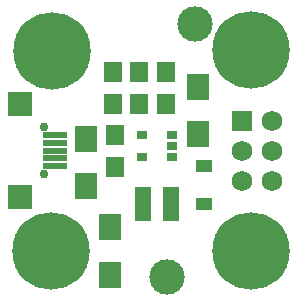
<source format=gts>
G04 #@! TF.FileFunction,Soldermask,Top*
%FSLAX46Y46*%
G04 Gerber Fmt 4.6, Leading zero omitted, Abs format (unit mm)*
G04 Created by KiCad (PCBNEW (after 2015-mar-04 BZR unknown)-product) date 2/17/2016 8:31:02 AM*
%MOMM*%
G01*
G04 APERTURE LIST*
%ADD10C,0.150000*%
%ADD11C,3.000000*%
%ADD12R,2.003200X0.603200*%
%ADD13C,0.753200*%
%ADD14R,2.103200X2.103200*%
%ADD15R,0.965200X0.711200*%
%ADD16C,6.553200*%
%ADD17R,1.727200X1.727200*%
%ADD18C,1.727200*%
%ADD19R,1.903200X2.203200*%
%ADD20R,1.503200X1.703200*%
%ADD21R,1.423200X1.113200*%
%ADD22R,1.403200X2.903200*%
G04 APERTURE END LIST*
D10*
D11*
X36200000Y-21800000D03*
D12*
X24400000Y-31200000D03*
X24400000Y-31850000D03*
X24400000Y-32500000D03*
X24400000Y-33150000D03*
X24400000Y-33800000D03*
D13*
X23475000Y-30500000D03*
X23475000Y-34500000D03*
D14*
X21375000Y-28550000D03*
X21375000Y-36450000D03*
D15*
X34270000Y-33052500D03*
X34270000Y-31147500D03*
X31730000Y-33052500D03*
X34270000Y-32100000D03*
X31730000Y-31147500D03*
D16*
X24100000Y-24100000D03*
X24000000Y-41000000D03*
X41000000Y-41000000D03*
X41000000Y-24000000D03*
D17*
X40230000Y-29960000D03*
D18*
X42770000Y-29960000D03*
X40230000Y-32500000D03*
X42770000Y-32500000D03*
X40230000Y-35040000D03*
X42770000Y-35040000D03*
D19*
X29000000Y-39000000D03*
X29000000Y-43000000D03*
X36500000Y-31100000D03*
X36500000Y-27100000D03*
D20*
X33800000Y-28550000D03*
X33800000Y-25850000D03*
X29500000Y-33850000D03*
X29500000Y-31150000D03*
X29300000Y-28550000D03*
X29300000Y-25850000D03*
X31500000Y-28550000D03*
X31500000Y-25850000D03*
D21*
X37000000Y-33765000D03*
X37000000Y-37035000D03*
D19*
X27000000Y-31500000D03*
X27000000Y-35500000D03*
D22*
X31800000Y-37000000D03*
X34200000Y-37000000D03*
D11*
X33900000Y-43200000D03*
M02*

</source>
